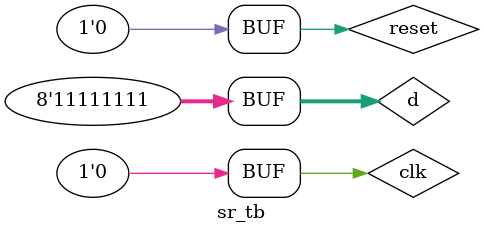
<source format=sv>
module shift_reg #(
    parameter N = 8
) (
    input logic clk,
    input logic load,
    input logic reset,
    input logic shift,
    input logic s_in,
    input logic [N-1:0] d,
    output logic s_out,
    output logic [N-1:0] q
);

  always_ff @(posedge clk, posedge reset)
    if (reset) q <= 0;
    else if (load) q <= d;
    else if (shift) q <= {q[N-2:0], s_in};

  assign s_out = q[N-1];

endmodule

module sr_tb ();
  logic clk, load, reset, shift, s_in, s_out;
  logic [7:0] d, q;

  shift_reg duv (
      .clk(clk),
      .load(load),
      .reset(reset),
      .shift(shift),
      .s_in(s_in),
      .d(d),
      .s_out(s_out),
      .q(q)
  );

  initial begin
    {reset, clk} = 0;
    d = 'b11111111;
    clk = 1;
    clk = 0;

  end

  always @(posedge clk) begin
    $display("%b", q);
  end

endmodule

</source>
